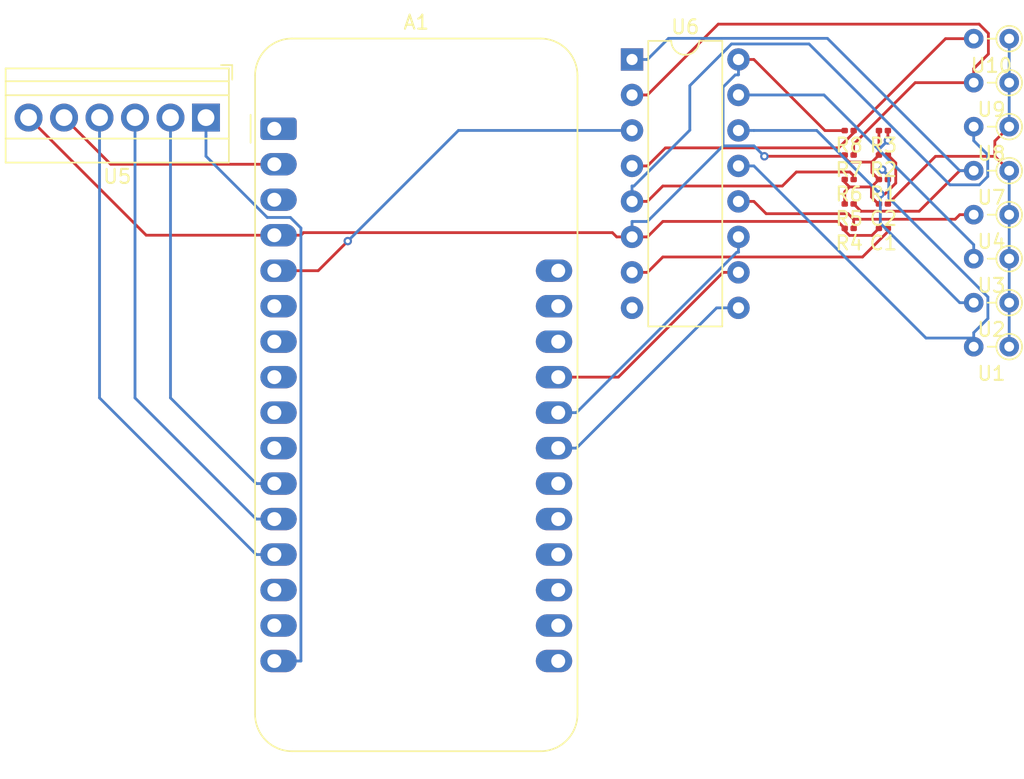
<source format=kicad_pcb>
(kicad_pcb (version 20240108) (generator "pcbnew") (generator_version "8.0")
  (layers (0 "F.Cu" signal) (31 "B.Cu" signal) (34 "B.Paste" user) (35 "F.Paste" user) (36 "B.SilkS" user "B.Silkscreen") (37 "F.SilkS" user "F.Silkscreen") (38 "B.Mask" user) (39 "F.Mask" user) (44 "Edge.Cuts" user))
  (net 0 "")
  (net 5 "/AN_Out")
  (net 7 "/SPI_MOSI")
  (net 10 "/SPI_MISO")
  (net 13 "/SEL_2")
  (net 15 "GND")
  (net 18 "/Vref3.3")
  (net 20 "/SEL_0")
  (net 21 "/SPI_CS")
  (net 22 "/SEL_1")
  (net 28 "/SPI_SCK")
  (net 29 "Net-(U6-VEE)")
  (net 30 "+3.3VA")
  (net 31 "/AN_0")
  (net 32 "/AN_1")
  (net 33 "/AN_2")
  (net 34 "/AN_3")
  (net 35 "/AN_4")
  (net 36 "/AN_5")
  (net 37 "/AN_6")
  (net 38 "/AN_7")
  (footprint "TerminalBlock:TerminalBlock_Xinya_XY308-2.54-6P_1x06_P2.54mm_Horizontal" (layer "F.Cu") (at 56 58.5 180)
    (property "Reference" "U5" (at 6.35 -4.22 0) (layer "F.SilkS"))
    (property "Value" "~")
    (fp_line (start 14.34 -3.22) (end 14.34 3.52) (stroke (width 0.12)) (layer "F.SilkS"))
    (fp_line (start -1.64 3.52) (end 14.34 3.52) (stroke (width 0.12)) (layer "F.SilkS"))
    (fp_line (start -1.64 2.6) (end 14.34 2.6) (stroke (width 0.12)) (layer "F.SilkS"))
    (fp_line (start -1.64 1.6) (end 14.34 1.6) (stroke (width 0.12)) (layer "F.SilkS"))
    (fp_line (start -1.64 -1.501) (end 14.34 -1.501) (stroke (width 0.12)) (layer "F.SilkS"))
    (fp_line (start -1.64 -3.22) (end 14.34 -3.22) (stroke (width 0.12)) (layer "F.SilkS"))
    (fp_line (start -1.64 -3.22) (end -1.64 3.52) (stroke (width 0.12)) (layer "F.SilkS"))
    (fp_line (start -1.88 3.76) (end -1.08 3.76) (stroke (width 0.12)) (layer "F.SilkS"))
    (fp_line (start -1.88 2.72) (end -1.88 3.76) (stroke (width 0.12)) (layer "F.SilkS"))
    (pad "1" thru_hole rect (at 0 0 180) (size 2 2) (drill 1.2) (layers "*.Cu" "*.Mask") (net 21 "/SPI_CS"))
    (pad "2" thru_hole circle (at 2.54 0 180) (size 2 2) (drill 1.2) (layers "*.Cu" "*.Mask") (net 28 "/SPI_SCK"))
    (pad "3" thru_hole circle (at 5.08 0 180) (size 2 2) (drill 1.2) (layers "*.Cu" "*.Mask") (net 7 "/SPI_MOSI"))
    (pad "4" thru_hole circle (at 7.62 0 180) (size 2 2) (drill 1.2) (layers "*.Cu" "*.Mask") (net 10 "/SPI_MISO"))
    (pad "5" thru_hole circle (at 10.16 0 180) (size 2 2) (drill 1.2) (layers "*.Cu" "*.Mask") (net 18 "/Vref3.3"))
    (pad "6" thru_hole circle (at 12.7 0 180) (size 2 2) (drill 1.2) (layers "*.Cu" "*.Mask") (net 15 "GND"))
  )
  (footprint "Resistor_THT:R_Axial_DIN0204_L3.6mm_D1.6mm_P2.54mm_Vertical" (layer "F.Cu") (at 113.5 59.15 180)
    (property "Reference" "U8" (at 1.27 -1.92 0) (layer "F.SilkS"))
    (property "Value" "~")
    (fp_line (start 0.92 0) (end 1.54 0) (stroke (width 0.12)) (layer "F.SilkS"))
    (fp_circle (center 0 0) (end 0.92 0) (stroke (width 0.12)) (fill none) (layer "F.SilkS"))
    (pad "1" thru_hole circle (at 0 0 180) (size 1.4 1.4) (drill 0.7) (layers "*.Cu" "*.Mask") (net 30 "+3.3VA"))
    (pad "2" thru_hole oval (at 2.54 0 180) (size 1.4 1.4) (drill 0.7) (layers "*.Cu" "*.Mask") (net 36 "/AN_5"))
  )
  (footprint "Resistor_THT:R_Axial_DIN0204_L3.6mm_D1.6mm_P2.54mm_Vertical" (layer "F.Cu") (at 113.5 56 180)
    (property "Reference" "U9" (at 1.27 -1.92 0) (layer "F.SilkS"))
    (property "Value" "~")
    (fp_line (start 0.92 0) (end 1.54 0) (stroke (width 0.12)) (layer "F.SilkS"))
    (fp_circle (center 0 0) (end 0.92 0) (stroke (width 0.12)) (fill none) (layer "F.SilkS"))
    (pad "1" thru_hole circle (at 0 0 180) (size 1.4 1.4) (drill 0.7) (layers "*.Cu" "*.Mask") (net 30 "+3.3VA"))
    (pad "2" thru_hole oval (at 2.54 0 180) (size 1.4 1.4) (drill 0.7) (layers "*.Cu" "*.Mask") (net 37 "/AN_6"))
  )
  (footprint "Resistor_THT:R_Axial_DIN0204_L3.6mm_D1.6mm_P2.54mm_Vertical" (layer "F.Cu") (at 113.5 74.9 180)
    (property "Reference" "U1" (at 1.27 -1.92 0) (layer "F.SilkS"))
    (property "Value" "~")
    (fp_line (start 0.92 0) (end 1.54 0) (stroke (width 0.12)) (layer "F.SilkS"))
    (fp_circle (center 0 0) (end 0.92 0) (stroke (width 0.12)) (fill none) (layer "F.SilkS"))
    (pad "1" thru_hole circle (at 0 0 180) (size 1.4 1.4) (drill 0.7) (layers "*.Cu" "*.Mask") (net 30 "+3.3VA"))
    (pad "2" thru_hole oval (at 2.54 0 180) (size 1.4 1.4) (drill 0.7) (layers "*.Cu" "*.Mask") (net 31 "/AN_0"))
  )
  (footprint "Resistor_THT:R_Axial_DIN0204_L3.6mm_D1.6mm_P2.54mm_Vertical" (layer "F.Cu") (at 113.5 62.3 180)
    (property "Reference" "U7" (at 1.27 -1.92 0) (layer "F.SilkS"))
    (property "Value" "~")
    (fp_line (start 0.92 0) (end 1.54 0) (stroke (width 0.12)) (layer "F.SilkS"))
    (fp_circle (center 0 0) (end 0.92 0) (stroke (width 0.12)) (fill none) (layer "F.SilkS"))
    (pad "1" thru_hole circle (at 0 0 180) (size 1.4 1.4) (drill 0.7) (layers "*.Cu" "*.Mask") (net 30 "+3.3VA"))
    (pad "2" thru_hole oval (at 2.54 0 180) (size 1.4 1.4) (drill 0.7) (layers "*.Cu" "*.Mask") (net 35 "/AN_4"))
  )
  (footprint "Resistor_THT:R_Axial_DIN0204_L3.6mm_D1.6mm_P2.54mm_Vertical" (layer "F.Cu") (at 113.5 52.85 180)
    (property "Reference" "U10" (at 1.27 -1.92 0) (layer "F.SilkS"))
    (property "Value" "~")
    (fp_line (start 0.92 0) (end 1.54 0) (stroke (width 0.12)) (layer "F.SilkS"))
    (fp_circle (center 0 0) (end 0.92 0) (stroke (width 0.12)) (fill none) (layer "F.SilkS"))
    (pad "1" thru_hole circle (at 0 0 180) (size 1.4 1.4) (drill 0.7) (layers "*.Cu" "*.Mask") (net 30 "+3.3VA"))
    (pad "2" thru_hole oval (at 2.54 0 180) (size 1.4 1.4) (drill 0.7) (layers "*.Cu" "*.Mask") (net 38 "/AN_7"))
  )
  (footprint "Resistor_THT:R_Axial_DIN0204_L3.6mm_D1.6mm_P2.54mm_Vertical" (layer "F.Cu") (at 113.5 65.45 180)
    (property "Reference" "U4" (at 1.27 -1.92 0) (layer "F.SilkS"))
    (property "Value" "~")
    (fp_line (start 0.92 0) (end 1.54 0) (stroke (width 0.12)) (layer "F.SilkS"))
    (fp_circle (center 0 0) (end 0.92 0) (stroke (width 0.12)) (fill none) (layer "F.SilkS"))
    (pad "1" thru_hole circle (at 0 0 180) (size 1.4 1.4) (drill 0.7) (layers "*.Cu" "*.Mask") (net 30 "+3.3VA"))
    (pad "2" thru_hole oval (at 2.54 0 180) (size 1.4 1.4) (drill 0.7) (layers "*.Cu" "*.Mask") (net 34 "/AN_3"))
  )
  (footprint "Resistor_SMD:R_0201_0603Metric" (layer "F.Cu") (at 102.045 59.43 180)
    (property "Reference" "R8" (at 0 -1.05 0) (layer "F.SilkS"))
    (property "Value" "10k")
    (pad "1" smd roundrect (at -0.32 0 180) (size 0.46 0.4) (layers "F.Cu" "F.Mask") (net 38 "/AN_7"))
    (pad "2" smd roundrect (at 0.32 0 180) (size 0.46 0.4) (layers "F.Cu" "F.Mask") (net 15 "GND"))
  )
  (footprint "Resistor_SMD:R_0201_0603Metric" (layer "F.Cu") (at 102.045 64.68 180)
    (property "Reference" "R5" (at 0 -1.05 0) (layer "F.SilkS"))
    (property "Value" "10k")
    (pad "1" smd roundrect (at -0.32 0 180) (size 0.46 0.4) (layers "F.Cu" "F.Mask") (net 35 "/AN_4"))
    (pad "2" smd roundrect (at 0.32 0 180) (size 0.46 0.4) (layers "F.Cu" "F.Mask") (net 15 "GND"))
  )
  (footprint "Resistor_THT:R_Axial_DIN0204_L3.6mm_D1.6mm_P2.54mm_Vertical" (layer "F.Cu") (at 113.5 68.6 180)
    (property "Reference" "U3" (at 1.27 -1.92 0) (layer "F.SilkS"))
    (property "Value" "~")
    (fp_line (start 0.92 0) (end 1.54 0) (stroke (width 0.12)) (layer "F.SilkS"))
    (fp_circle (center 0 0) (end 0.92 0) (stroke (width 0.12)) (fill none) (layer "F.SilkS"))
    (pad "1" thru_hole circle (at 0 0 180) (size 1.4 1.4) (drill 0.7) (layers "*.Cu" "*.Mask") (net 30 "+3.3VA"))
    (pad "2" thru_hole oval (at 2.54 0 180) (size 1.4 1.4) (drill 0.7) (layers "*.Cu" "*.Mask") (net 33 "/AN_2"))
  )
  (footprint "Package_DIP:DIP-16_W7.62mm" (layer "F.Cu") (at 86.5 54.34)
    (property "Reference" "U6" (at 3.81 -2.33 0) (layer "F.SilkS"))
    (property "Value" "4051")
    (fp_line (start 1.16 -1.33) (end 1.16 19.11) (stroke (width 0.12)) (layer "F.SilkS"))
    (fp_line (start 1.16 19.11) (end 6.46 19.11) (stroke (width 0.12)) (layer "F.SilkS"))
    (fp_line (start 2.81 -1.33) (end 1.16 -1.33) (stroke (width 0.12)) (layer "F.SilkS"))
    (fp_line (start 6.46 -1.33) (end 4.81 -1.33) (stroke (width 0.12)) (layer "F.SilkS"))
    (fp_line (start 6.46 19.11) (end 6.46 -1.33) (stroke (width 0.12)) (layer "F.SilkS"))
    (fp_arc (start 4.81 -1.33) (mid 3.81 -0.33) (end 2.81 -1.33) (stroke (width 0.12)) (layer "F.SilkS"))
    (pad "1" thru_hole rect (at 0 0) (size 1.6 1.6) (drill 0.8) (layers "*.Cu" "*.Mask") (net 35 "/AN_4"))
    (pad "2" thru_hole oval (at 0 2.54) (size 1.6 1.6) (drill 0.8) (layers "*.Cu" "*.Mask") (net 37 "/AN_6"))
    (pad "3" thru_hole oval (at 0 5.08) (size 1.6 1.6) (drill 0.8) (layers "*.Cu" "*.Mask") (net 5 "/AN_Out"))
    (pad "4" thru_hole oval (at 0 7.62) (size 1.6 1.6) (drill 0.8) (layers "*.Cu" "*.Mask") (net 38 "/AN_7"))
    (pad "5" thru_hole oval (at 0 10.16) (size 1.6 1.6) (drill 0.8) (layers "*.Cu" "*.Mask") (net 36 "/AN_5"))
    (pad "6" thru_hole oval (at 0 12.7) (size 1.6 1.6) (drill 0.8) (layers "*.Cu" "*.Mask") (net 15 "GND"))
    (pad "7" thru_hole oval (at 0 15.24) (size 1.6 1.6) (drill 0.8) (layers "*.Cu" "*.Mask") (net 29 "Net-(U6-VEE)"))
    (pad "8" thru_hole oval (at 0 17.78) (size 1.6 1.6) (drill 0.8) (layers "*.Cu" "*.Mask"))
    (pad "9" thru_hole oval (at 7.62 17.78) (size 1.6 1.6) (drill 0.8) (layers "*.Cu" "*.Mask") (net 13 "/SEL_2"))
    (pad "10" thru_hole oval (at 7.62 15.24) (size 1.6 1.6) (drill 0.8) (layers "*.Cu" "*.Mask") (net 22 "/SEL_1"))
    (pad "11" thru_hole oval (at 7.62 12.7) (size 1.6 1.6) (drill 0.8) (layers "*.Cu" "*.Mask") (net 20 "/SEL_0"))
    (pad "12" thru_hole oval (at 7.62 10.16) (size 1.6 1.6) (drill 0.8) (layers "*.Cu" "*.Mask") (net 34 "/AN_3"))
    (pad "13" thru_hole oval (at 7.62 7.62) (size 1.6 1.6) (drill 0.8) (layers "*.Cu" "*.Mask") (net 31 "/AN_0"))
    (pad "14" thru_hole oval (at 7.62 5.08) (size 1.6 1.6) (drill 0.8) (layers "*.Cu" "*.Mask") (net 32 "/AN_1"))
    (pad "15" thru_hole oval (at 7.62 2.54) (size 1.6 1.6) (drill 0.8) (layers "*.Cu" "*.Mask") (net 33 "/AN_2"))
    (pad "16" thru_hole oval (at 7.62 0) (size 1.6 1.6) (drill 0.8) (layers "*.Cu" "*.Mask") (net 15 "GND"))
  )
  (footprint "Resistor_SMD:R_0201_0603Metric" (layer "F.Cu") (at 102.045 62.93 180)
    (property "Reference" "R6" (at 0 -1.05 0) (layer "F.SilkS"))
    (property "Value" "10k")
    (pad "1" smd roundrect (at -0.32 0 180) (size 0.46 0.4) (layers "F.Cu" "F.Mask") (net 36 "/AN_5"))
    (pad "2" smd roundrect (at 0.32 0 180) (size 0.46 0.4) (layers "F.Cu" "F.Mask") (net 15 "GND"))
  )
  (footprint "Capacitor_SMD:C_0201_0603Metric" (layer "F.Cu") (at 104.495 64.68 180)
    (property "Reference" "C2" (at 0 -1.05 0) (layer "F.SilkS"))
    (property "Value" "C")
    (pad "1" smd roundrect (at -0.32 0 180) (size 0.46 0.4) (layers "F.Cu" "F.Mask") (net 30 "+3.3VA"))
    (pad "2" smd roundrect (at 0.32 0 180) (size 0.46 0.4) (layers "F.Cu" "F.Mask") (net 15 "GND"))
  )
  (footprint "Module:Adafruit_Feather" (layer "F.Cu") (at 60.895 59.3)
    (property "Reference" "A1" (at 10.16 -7.62 0) (layer "F.SilkS"))
    (property "Value" "Adafruit_Feather_HUZZAH32_ESP32")
    (fp_line (start -1.7 1) (end -1.7 -1) (stroke (width 0.12)) (layer "F.SilkS"))
    (fp_line (start -1.38 -3.81) (end -1.38 41.91) (stroke (width 0.12)) (layer "F.SilkS"))
    (fp_line (start 19.05 -6.46) (end 1.27 -6.46) (stroke (width 0.12)) (layer "F.SilkS"))
    (fp_line (start 19.05 44.56) (end 1.27 44.56) (stroke (width 0.12)) (layer "F.SilkS"))
    (fp_line (start 21.7 -3.81) (end 21.7 41.91) (stroke (width 0.12)) (layer "F.SilkS"))
    (fp_arc (start -1.38 -3.81) (mid -0.603833 -5.683833) (end 1.27 -6.46) (stroke (width 0.12)) (layer "F.SilkS"))
    (fp_arc (start 1.27 44.56) (mid -0.603833 43.783833) (end -1.38 41.91) (stroke (width 0.12)) (layer "F.SilkS"))
    (fp_arc (start 19.05 -6.46) (mid 20.923833 -5.683833) (end 21.7 -3.81) (stroke (width 0.12)) (layer "F.SilkS"))
    (fp_arc (start 21.7 41.91) (mid 20.923833 43.783833) (end 19.05 44.56) (stroke (width 0.12)) (layer "F.SilkS"))
    (pad "1" thru_hole roundrect (at 0 0) (size 2.6 1.6) (drill 1 (offset 0.3 0)) (layers "*.Cu" "*.Mask") (roundrect_rratio 0.15625))
    (pad "2" thru_hole oval (at 0 2.54) (size 2.6 1.6) (drill 1 (offset 0.3 0)) (layers "*.Cu" "*.Mask") (net 18 "/Vref3.3"))
    (pad "3" thru_hole oval (at 0 5.08) (size 2.6 1.6) (drill 1 (offset 0.3 0)) (layers "*.Cu" "*.Mask"))
    (pad "4" thru_hole oval (at 0 7.62) (size 2.6 1.6) (drill 1 (offset 0.3 0)) (layers "*.Cu" "*.Mask") (net 15 "GND"))
    (pad "5" thru_hole oval (at 0 10.16) (size 2.6 1.6) (drill 1 (offset 0.3 0)) (layers "*.Cu" "*.Mask") (net 5 "/AN_Out"))
    (pad "6" thru_hole oval (at 0 12.7) (size 2.6 1.6) (drill 1 (offset 0.3 0)) (layers "*.Cu" "*.Mask"))
    (pad "7" thru_hole oval (at 0 15.24) (size 2.6 1.6) (drill 1 (offset 0.3 0)) (layers "*.Cu" "*.Mask"))
    (pad "8" thru_hole oval (at 0 17.78) (size 2.6 1.6) (drill 1 (offset 0.3 0)) (layers "*.Cu" "*.Mask"))
    (pad "9" thru_hole oval (at 0 20.32) (size 2.6 1.6) (drill 1 (offset 0.3 0)) (layers "*.Cu" "*.Mask"))
    (pad "10" thru_hole oval (at 0 22.86) (size 2.6 1.6) (drill 1 (offset 0.3 0)) (layers "*.Cu" "*.Mask"))
    (pad "11" thru_hole oval (at 0 25.4) (size 2.6 1.6) (drill 1 (offset 0.3 0)) (layers "*.Cu" "*.Mask") (net 28 "/SPI_SCK"))
    (pad "12" thru_hole oval (at 0 27.94) (size 2.6 1.6) (drill 1 (offset 0.3 0)) (layers "*.Cu" "*.Mask") (net 7 "/SPI_MOSI"))
    (pad "13" thru_hole oval (at 0 30.48) (size 2.6 1.6) (drill 1 (offset 0.3 0)) (layers "*.Cu" "*.Mask") (net 10 "/SPI_MISO"))
    (pad "14" thru_hole oval (at 0 33.02) (size 2.6 1.6) (drill 1 (offset 0.3 0)) (layers "*.Cu" "*.Mask"))
    (pad "15" thru_hole oval (at 0 35.56) (size 2.6 1.6) (drill 1 (offset 0.3 0)) (layers "*.Cu" "*.Mask"))
    (pad "16" thru_hole oval (at 0 38.1) (size 2.6 1.6) (drill 1 (offset 0.3 0)) (layers "*.Cu" "*.Mask") (net 21 "/SPI_CS"))
    (pad "17" thru_hole oval (at 20.32 38.1 180) (size 2.6 1.6) (drill 1 (offset 0.3 0)) (layers "*.Cu" "*.Mask"))
    (pad "18" thru_hole oval (at 20.32 35.56 180) (size 2.6 1.6) (drill 1 (offset 0.3 0)) (layers "*.Cu" "*.Mask"))
    (pad "19" thru_hole oval (at 20.32 33.02 180) (size 2.6 1.6) (drill 1 (offset 0.3 0)) (layers "*.Cu" "*.Mask"))
    (pad "20" thru_hole oval (at 20.32 30.48 180) (size 2.6 1.6) (drill 1 (offset 0.3 0)) (layers "*.Cu" "*.Mask"))
    (pad "21" thru_hole oval (at 20.32 27.94 180) (size 2.6 1.6) (drill 1 (offset 0.3 0)) (layers "*.Cu" "*.Mask"))
    (pad "22" thru_hole oval (at 20.32 25.4 180) (size 2.6 1.6) (drill 1 (offset 0.3 0)) (layers "*.Cu" "*.Mask"))
    (pad "23" thru_hole oval (at 20.32 22.86 180) (size 2.6 1.6) (drill 1 (offset 0.3 0)) (layers "*.Cu" "*.Mask") (net 13 "/SEL_2"))
    (pad "24" thru_hole oval (at 20.32 20.32 180) (size 2.6 1.6) (drill 1 (offset 0.3 0)) (layers "*.Cu" "*.Mask") (net 20 "/SEL_0"))
    (pad "25" thru_hole oval (at 20.32 17.78 180) (size 2.6 1.6) (drill 1 (offset 0.3 0)) (layers "*.Cu" "*.Mask") (net 22 "/SEL_1"))
    (pad "26" thru_hole oval (at 20.32 15.24 180) (size 2.6 1.6) (drill 1 (offset 0.3 0)) (layers "*.Cu" "*.Mask"))
    (pad "27" thru_hole oval (at 20.32 12.7 180) (size 2.6 1.6) (drill 1 (offset 0.3 0)) (layers "*.Cu" "*.Mask"))
    (pad "28" thru_hole oval (at 20.32 10.16 180) (size 2.6 1.6) (drill 1 (offset 0.3 0)) (layers "*.Cu" "*.Mask"))
  )
  (footprint "Resistor_SMD:R_0201_0603Metric" (layer "F.Cu") (at 104.495 62.93 180)
    (property "Reference" "R1" (at 0 -1.05 0) (layer "F.SilkS"))
    (property "Value" "10k")
    (pad "1" smd roundrect (at -0.32 0 180) (size 0.46 0.4) (layers "F.Cu" "F.Mask") (net 31 "/AN_0"))
    (pad "2" smd roundrect (at 0.32 0 180) (size 0.46 0.4) (layers "F.Cu" "F.Mask") (net 15 "GND"))
  )
  (footprint "Resistor_THT:R_Axial_DIN0204_L3.6mm_D1.6mm_P2.54mm_Vertical" (layer "F.Cu") (at 113.5 71.75 180)
    (property "Reference" "U2" (at 1.27 -1.92 0) (layer "F.SilkS"))
    (property "Value" "~")
    (fp_line (start 0.92 0) (end 1.54 0) (stroke (width 0.12)) (layer "F.SilkS"))
    (fp_circle (center 0 0) (end 0.92 0) (stroke (width 0.12)) (fill none) (layer "F.SilkS"))
    (pad "1" thru_hole circle (at 0 0 180) (size 1.4 1.4) (drill 0.7) (layers "*.Cu" "*.Mask") (net 30 "+3.3VA"))
    (pad "2" thru_hole oval (at 2.54 0 180) (size 1.4 1.4) (drill 0.7) (layers "*.Cu" "*.Mask") (net 32 "/AN_1"))
  )
  (footprint "Capacitor_SMD:C_0201_0603Metric" (layer "F.Cu") (at 104.495 66.43 180)
    (property "Reference" "C1" (at 0 -1.05 0) (layer "F.SilkS"))
    (property "Value" "0.1pf")
    (pad "1" smd roundrect (at -0.32 0 180) (size 0.46 0.4) (layers "F.Cu" "F.Mask") (net 29 "Net-(U6-VEE)"))
    (pad "2" smd roundrect (at 0.32 0 180) (size 0.46 0.4) (layers "F.Cu" "F.Mask") (net 15 "GND"))
  )
  (footprint "Resistor_SMD:R_0201_0603Metric" (layer "F.Cu") (at 102.045 66.43 180)
    (property "Reference" "R4" (at 0 -1.05 0) (layer "F.SilkS"))
    (property "Value" "10k")
    (pad "1" smd roundrect (at -0.32 0 180) (size 0.46 0.4) (layers "F.Cu" "F.Mask") (net 34 "/AN_3"))
    (pad "2" smd roundrect (at 0.32 0 180) (size 0.46 0.4) (layers "F.Cu" "F.Mask") (net 15 "GND"))
  )
  (footprint "Resistor_SMD:R_0201_0603Metric" (layer "F.Cu") (at 104.495 59.43 180)
    (property "Reference" "R3" (at 0 -1.05 0) (layer "F.SilkS"))
    (property "Value" "10k")
    (pad "1" smd roundrect (at -0.32 0 180) (size 0.46 0.4) (layers "F.Cu" "F.Mask") (net 33 "/AN_2"))
    (pad "2" smd roundrect (at 0.32 0 180) (size 0.46 0.4) (layers "F.Cu" "F.Mask") (net 15 "GND"))
  )
  (footprint "Resistor_SMD:R_0201_0603Metric" (layer "F.Cu") (at 104.495 61.18 180)
    (property "Reference" "R2" (at 0 -1.05 0) (layer "F.SilkS"))
    (property "Value" "10k")
    (pad "1" smd roundrect (at -0.32 0 180) (size 0.46 0.4) (layers "F.Cu" "F.Mask") (net 32 "/AN_1"))
    (pad "2" smd roundrect (at 0.32 0 180) (size 0.46 0.4) (layers "F.Cu" "F.Mask") (net 15 "GND"))
  )
  (footprint "Resistor_SMD:R_0201_0603Metric" (layer "F.Cu") (at 102.045 61.18 180)
    (property "Reference" "R7" (at 0 -1.05 0) (layer "F.SilkS"))
    (property "Value" "10k")
    (pad "1" smd roundrect (at -0.32 0 180) (size 0.46 0.4) (layers "F.Cu" "F.Mask") (net 37 "/AN_6"))
    (pad "2" smd roundrect (at 0.32 0 180) (size 0.46 0.4) (layers "F.Cu" "F.Mask") (net 15 "GND"))
  )
  (segment (start 64.0322 69.46) (end 66.1518 67.3404) (width 0.2) (layer "F.Cu") (net 5))
  (segment (start 60.895 69.46) (end 64.0322 69.46) (width 0.2) (layer "F.Cu") (net 5))
  (via (at 66.1518 67.3404) (size 0.6) (drill 0.3) (layers "F.Cu" "B.Cu") (net 5))
  (segment (start 66.1518 67.3404) (end 74.0722 59.42) (width 0.2) (layer "B.Cu") (net 5))
  (segment (start 74.0722 59.42) (end 86.5 59.42) (width 0.2) (layer "B.Cu") (net 5))
  (segment (start 59.5933 87.24) (end 50.92 78.5667) (width 0.2) (layer "B.Cu") (net 7))
  (segment (start 50.92 78.5667) (end 50.92 58.5) (width 0.2) (layer "B.Cu") (net 7))
  (segment (start 60.895 87.24) (end 59.5933 87.24) (width 0.2) (layer "B.Cu") (net 7))
  (segment (start 59.5933 89.78) (end 48.38 78.5667) (width 0.2) (layer "B.Cu") (net 10))
  (segment (start 60.895 89.78) (end 59.5933 89.78) (width 0.2) (layer "B.Cu") (net 10))
  (segment (start 48.38 78.5667) (end 48.38 58.5) (width 0.2) (layer "B.Cu") (net 10))
  (segment (start 82.5167 82.16) (end 92.5567 72.12) (width 0.2) (layer "B.Cu") (net 13))
  (segment (start 81.215 82.16) (end 82.5167 82.16) (width 0.2) (layer "B.Cu") (net 13))
  (segment (start 92.5567 72.12) (end 94.12 72.12) (width 0.2) (layer "B.Cu") (net 13))
  (segment (start 104.1298 64.68) (end 104.175 64.68) (width 0.2) (layer "F.Cu") (net 15))
  (segment (start 103.6418 64.192) (end 104.1298 64.68) (width 0.2) (layer "F.Cu") (net 15))
  (segment (start 101.6302 61.2688) (end 101.6332 61.2718) (width 0.2) (layer "F.Cu") (net 15))
  (segment (start 94.12 54.34) (end 95.2217 54.34) (width 0.2) (layer "F.Cu") (net 15))
  (segment (start 87.6017 67.04) (end 88.7077 65.934) (width 0.2) (layer "F.Cu") (net 15))
  (segment (start 62.9823 66.7344) (end 85.0927 66.7344) (width 0.2) (layer "F.Cu") (net 15))
  (segment (start 103.6418 63.4632) (end 102.0668 63.4632) (width 0.2) (layer "F.Cu") (net 15))
  (segment (start 104.175 61.18) (end 104.175 59.43) (width 0.2) (layer "F.Cu") (net 15))
  (segment (start 104.175 62.93) (end 103.6418 63.4632) (width 0.2) (layer "F.Cu") (net 15))
  (segment (start 102.0668 63.4632) (end 101.725 63.805) (width 0.2) (layer "F.Cu") (net 15))
  (segment (start 101.725 63.805) (end 101.725 64.68) (width 0.2) (layer "F.Cu") (net 15))
  (segment (start 103.6709 61.6841) (end 104.175 61.18) (width 0.2) (layer "F.Cu") (net 15))
  (segment (start 43.3 58.5) (end 51.72 66.92) (width 0.2) (layer "F.Cu") (net 15))
  (segment (start 51.72 66.92) (end 60.895 66.92) (width 0.2) (layer "F.Cu") (net 15))
  (segment (start 60.895 66.92) (end 62.7967 66.92) (width 0.2) (layer "F.Cu") (net 15))
  (segment (start 86.5 67.04) (end 87.6017 67.04) (width 0.2) (layer "F.Cu") (net 15))
  (segment (start 86.5 67.04) (end 85.3983 67.04) (width 0.2) (layer "F.Cu") (net 15))
  (segment (start 101.6332 61.2718) (end 101.725 61.18) (width 0.2) (layer "F.Cu") (net 15))
  (segment (start 102.0668 63.4632) (end 101.725 63.1214) (width 0.2) (layer "F.Cu") (net 15))
  (segment (start 85.0927 66.7344) (end 85.3983 67.04) (width 0.2) (layer "F.Cu") (net 15))
  (segment (start 103.6709 61.6841) (end 102.0455 61.6841) (width 0.2) (layer "F.Cu") (net 15))
  (segment (start 95.2217 54.34) (end 100.3117 59.43) (width 0.2) (layer "F.Cu") (net 15))
  (segment (start 102.0682 66.9344) (end 103.6706 66.9344) (width 0.2) (layer "F.Cu") (net 15))
  (segment (start 104.175 62.93) (end 103.6709 62.4259) (width 0.2) (layer "F.Cu") (net 15))
  (segment (start 88.7077 65.934) (end 101.229 65.934) (width 0.2) (layer "F.Cu") (net 15))
  (segment (start 101.725 66.43) (end 101.725 66.5912) (width 0.2) (layer "F.Cu") (net 15))
  (segment (start 95.9751 61.2688) (end 101.6302 61.2688) (width 0.2) (layer "F.Cu") (net 15))
  (segment (start 102.0455 61.6841) (end 101.6332 61.2718) (width 0.2) (layer "F.Cu") (net 15))
  (segment (start 100.3117 59.43) (end 101.725 59.43) (width 0.2) (layer "F.Cu") (net 15))
  (segment (start 101.725 63.1214) (end 101.725 62.93) (width 0.2) (layer "F.Cu") (net 15))
  (segment (start 101.229 65.934) (end 101.725 66.43) (width 0.2) (layer "F.Cu") (net 15))
  (segment (start 62.7967 66.92) (end 62.9823 66.7344) (width 0.2) (layer "F.Cu") (net 15))
  (segment (start 103.6418 63.4632) (end 103.6418 64.192) (width 0.2) (layer "F.Cu") (net 15))
  (segment (start 101.725 66.5912) (end 102.0682 66.9344) (width 0.2) (layer "F.Cu") (net 15))
  (segment (start 103.6709 62.4259) (end 103.6709 61.6841) (width 0.2) (layer "F.Cu") (net 15))
  (segment (start 103.6706 66.9344) (end 104.175 66.43) (width 0.2) (layer "F.Cu") (net 15))
  (via (at 95.9751 61.2688) (size 0.6) (drill 0.3) (layers "F.Cu" "B.Cu") (net 15))
  (segment (start 87.5959 65.9383) (end 86.5 65.9383) (width 0.2) (layer "B.Cu") (net 15))
  (segment (start 93.8917 55.4417) (end 93.0142 56.3192) (width 0.2) (layer "B.Cu") (net 15))
  (segment (start 94.12 55.4417) (end 93.8917 55.4417) (width 0.2) (layer "B.Cu") (net 15))
  (segment (start 94.12 54.34) (end 94.12 55.4417) (width 0.2) (layer "B.Cu") (net 15))
  (segment (start 86.5 67.04) (end 86.5 65.9383) (width 0.2) (layer "B.Cu") (net 15))
  (segment (start 93.0159 60.5217) (end 95.228 60.5217) (width 0.2) (layer "B.Cu") (net 15))
  (segment (start 93.0142 60.52) (end 93.0159 60.5217) (width 0.2) (layer "B.Cu") (net 15))
  (segment (start 95.228 60.5217) (end 95.9751 61.2688) (width 0.2) (layer "B.Cu") (net 15))
  (segment (start 93.0142 56.3192) (end 93.0142 60.52) (width 0.2) (layer "B.Cu") (net 15))
  (segment (start 93.0142 60.52) (end 87.5959 65.9383) (width 0.2) (layer "B.Cu") (net 15))
  (segment (start 49.18 61.84) (end 45.84 58.5) (width 0.2) (layer "F.Cu") (net 18))
  (segment (start 60.895 61.84) (end 49.18 61.84) (width 0.2) (layer "F.Cu") (net 18))
  (segment (start 94.12 67.04) (end 94.12 68.1417) (width 0.2) (layer "B.Cu") (net 20))
  (segment (start 82.5167 79.62) (end 93.995 68.1417) (width 0.2) (layer "B.Cu") (net 20))
  (segment (start 81.215 79.62) (end 82.5167 79.62) (width 0.2) (layer "B.Cu") (net 20))
  (segment (start 93.995 68.1417) (end 94.12 68.1417) (width 0.2) (layer "B.Cu") (net 20))
  (segment (start 62.0426 65.65) (end 62.7967 66.4041) (width 0.2) (layer "B.Cu") (net 21))
  (segment (start 60.895 97.4) (end 62.7967 97.4) (width 0.2) (layer "B.Cu") (net 21))
  (segment (start 56 59.8017) (end 56 61.2633) (width 0.2) (layer "B.Cu") (net 21))
  (segment (start 56 61.2633) (end 60.3867 65.65) (width 0.2) (layer "B.Cu") (net 21))
  (segment (start 62.7967 66.4041) (end 62.7967 97.4) (width 0.2) (layer "B.Cu") (net 21))
  (segment (start 60.3867 65.65) (end 62.0426 65.65) (width 0.2) (layer "B.Cu") (net 21))
  (segment (start 56 58.5) (end 56 59.8017) (width 0.2) (layer "B.Cu") (net 21))
  (segment (start 94.12 69.58) (end 93.0183 69.58) (width 0.2) (layer "F.Cu") (net 22))
  (segment (start 85.5183 77.08) (end 93.0183 69.58) (width 0.2) (layer "F.Cu") (net 22))
  (segment (start 81.215 77.08) (end 85.5183 77.08) (width 0.2) (layer "F.Cu") (net 22))
  (segment (start 53.46 78.5667) (end 59.5933 84.7) (width 0.2) (layer "B.Cu") (net 28))
  (segment (start 53.46 58.5) (end 53.46 78.5667) (width 0.2) (layer "B.Cu") (net 28))
  (segment (start 60.895 84.7) (end 59.5933 84.7) (width 0.2) (layer "B.Cu") (net 28))
  (segment (start 104.815 66.6635) (end 104.815 66.43) (width 0.2) (layer "F.Cu") (net 29))
  (segment (start 86.5 69.58) (end 87.6017 69.58) (width 0.2) (layer "F.Cu") (net 29))
  (segment (start 103.0002 68.4783) (end 104.815 66.6635) (width 0.2) (layer "F.Cu") (net 29))
  (segment (start 87.6017 69.58) (end 88.7034 68.4783) (width 0.2) (layer "F.Cu") (net 29))
  (segment (start 88.7034 68.4783) (end 103.0002 68.4783) (width 0.2) (layer "F.Cu") (net 29))
  (segment (start 108.2226 61.2724) (end 112.4724 61.2724) (width 0.2) (layer "F.Cu") (net 30))
  (segment (start 112.4724 61.2724) (end 112.4724 60.1776) (width 0.2) (layer "F.Cu") (net 30))
  (segment (start 112.4724 60.1776) (end 113.5 59.15) (width 0.2) (layer "F.Cu") (net 30))
  (segment (start 104.815 64.68) (end 108.2226 61.2724) (width 0.2) (layer "F.Cu") (net 30))
  (segment (start 112.4724 61.2724) (end 113.5 62.3) (width 0.2) (layer "F.Cu") (net 30))
  (segment (start 113.5 65.45) (end 113.5 62.3) (width 0.2) (layer "B.Cu") (net 30))
  (segment (start 113.5 68.6) (end 113.5 71.75) (width 0.2) (layer "B.Cu") (net 30))
  (segment (start 113.5 68.6) (end 113.5 65.45) (width 0.2) (layer "B.Cu") (net 30))
  (segment (start 113.5 56) (end 113.5 59.15) (width 0.2) (layer "B.Cu") (net 30))
  (segment (start 113.5 52.85) (end 113.5 56) (width 0.2) (layer "B.Cu") (net 30))
  (segment (start 113.5 71.75) (end 113.5 74.9) (width 0.2) (layer "B.Cu") (net 30))
  (segment (start 104.815 62.93) (end 104.815 62.6236) (width 0.2) (layer "F.Cu") (net 31))
  (segment (start 104.815 62.6236) (end 104.4148 62.2234) (width 0.2) (layer "F.Cu") (net 31))
  (via (at 104.4148 62.2234) (size 0.6) (drill 0.3) (layers "F.Cu" "B.Cu") (net 31))
  (segment (start 110.96 74.9) (end 110.96 74.2814) (width 0.2) (layer "B.Cu") (net 31))
  (segment (start 107.5431 74.2814) (end 110.96 74.2814) (width 0.2) (layer "B.Cu") (net 31))
  (segment (start 111.974 71.3402) (end 104.8805 64.2467) (width 0.2) (layer "B.Cu") (net 31))
  (segment (start 104.8805 62.6891) (end 104.4148 62.2234) (width 0.2) (layer "B.Cu") (net 31))
  (segment (start 95.2217 61.96) (end 107.5431 74.2814) (width 0.2) (layer "B.Cu") (net 31))
  (segment (start 104.8805 64.2467) (end 104.8805 62.6891) (width 0.2) (layer "B.Cu") (net 31))
  (segment (start 111.974 72.8843) (end 111.974 71.3402) (width 0.2) (layer "B.Cu") (net 31))
  (segment (start 110.96 74.2814) (end 110.96 73.8983) (width 0.2) (layer "B.Cu") (net 31))
  (segment (start 110.96 73.8983) (end 111.974 72.8843) (width 0.2) (layer "B.Cu") (net 31))
  (segment (start 94.12 61.96) (end 95.2217 61.96) (width 0.2) (layer "B.Cu") (net 31))
  (segment (start 105.3786 63.1924) (end 105.3786 61.7436) (width 0.2) (layer "F.Cu") (net 32))
  (segment (start 104.2752 63.9746) (end 104.5964 63.9746) (width 0.2) (layer "F.Cu") (net 32))
  (segment (start 104.5964 63.9746) (end 105.3786 63.1924) (width 0.2) (layer "F.Cu") (net 32))
  (segment (start 105.3786 61.7436) (end 104.815 61.18) (width 0.2) (layer "F.Cu") (net 32))
  (via (at 104.2752 63.9746) (size 0.6) (drill 0.3) (layers "F.Cu" "B.Cu") (net 32))
  (segment (start 104.2752 66.0669) (end 104.2752 63.9746) (width 0.2) (layer "B.Cu") (net 32))
  (segment (start 109.9583 71.75) (end 104.2752 66.0669) (width 0.2) (layer "B.Cu") (net 32))
  (segment (start 94.12 59.42) (end 95.2217 59.42) (width 0.2) (layer "B.Cu") (net 32))
  (segment (start 99.7206 59.42) (end 104.2752 63.9746) (width 0.2) (layer "B.Cu") (net 32))
  (segment (start 110.96 71.75) (end 109.9583 71.75) (width 0.2) (layer "B.Cu") (net 32))
  (segment (start 95.2217 59.42) (end 99.7206 59.42) (width 0.2) (layer "B.Cu") (net 32))
  (segment (start 104.815 59.43) (end 104.815 60.1372) (width 0.2) (layer "F.Cu") (net 33))
  (via (at 104.815 60.1372) (size 0.6) (drill 0.3) (layers "F.Cu" "B.Cu") (net 33))
  (segment (start 104.157 60.7952) (end 110.96 67.5983) (width 0.2) (layer "B.Cu") (net 33))
  (segment (start 104.157 60.7952) (end 104.815 60.1372) (width 0.2) (layer "B.Cu") (net 33))
  (segment (start 110.96 68.6) (end 110.96 67.5983) (width 0.2) (layer "B.Cu") (net 33))
  (segment (start 100.2417 56.88) (end 104.157 60.7952) (width 0.2) (layer "B.Cu") (net 33))
  (segment (start 94.12 56.88) (end 100.2417 56.88) (width 0.2) (layer "B.Cu") (net 33))
  (segment (start 102.365 65.7772) (end 109.6311 65.7772) (width 0.2) (layer "F.Cu") (net 34))
  (segment (start 101.9682 65.3804) (end 96.1021 65.3804) (width 0.2) (layer "F.Cu") (net 34))
  (segment (start 109.6311 65.7772) (end 109.9583 65.45) (width 0.2) (layer "F.Cu") (net 34))
  (segment (start 102.365 65.7772) (end 101.9682 65.3804) (width 0.2) (layer "F.Cu") (net 34))
  (segment (start 110.96 65.45) (end 109.9583 65.45) (width 0.2) (layer "F.Cu") (net 34))
  (segment (start 94.12 64.5) (end 95.2217 64.5) (width 0.2) (layer "F.Cu") (net 34))
  (segment (start 102.365 65.7772) (end 102.365 66.43) (width 0.2) (layer "F.Cu") (net 34))
  (segment (start 96.1021 65.3804) (end 95.2217 64.5) (width 0.2) (layer "F.Cu") (net 34))
  (segment (start 109.9583 62.3) (end 107.0544 65.2039) (width 0.2) (layer "F.Cu") (net 35))
  (segment (start 107.0544 65.2039) (end 102.8889 65.2039) (width 0.2) (layer "F.Cu") (net 35))
  (segment (start 102.8889 65.2039) (end 102.365 64.68) (width 0.2) (layer "F.Cu") (net 35))
  (segment (start 110.96 62.3) (end 109.9583 62.3) (width 0.2) (layer "F.Cu") (net 35))
  (segment (start 86.5 54.34) (end 87.6017 54.34) (width 0.2) (layer "B.Cu") (net 35))
  (segment (start 110.96 62.3) (end 109.9583 62.3) (width 0.2) (layer "B.Cu") (net 35))
  (segment (start 100.4853 52.827) (end 109.9583 62.3) (width 0.2) (layer "B.Cu") (net 35))
  (segment (start 89.1147 52.827) (end 100.4853 52.827) (width 0.2) (layer "B.Cu") (net 35))
  (segment (start 87.6017 54.34) (end 89.1147 52.827) (width 0.2) (layer "B.Cu") (net 35))
  (segment (start 87.6017 64.5) (end 88.7034 63.3983) (width 0.2) (layer "F.Cu") (net 36))
  (segment (start 97.26 63.3983) (end 98.2635 62.3948) (width 0.2) (layer "F.Cu") (net 36))
  (segment (start 98.2635 62.3948) (end 102.0975 62.3948) (width 0.2) (layer "F.Cu") (net 36))
  (segment (start 88.7034 63.3983) (end 97.26 63.3983) (width 0.2) (layer "F.Cu") (net 36))
  (segment (start 102.365 62.6623) (end 102.365 62.93) (width 0.2) (layer "F.Cu") (net 36))
  (segment (start 102.0975 62.3948) (end 102.365 62.6623) (width 0.2) (layer "F.Cu") (net 36))
  (segment (start 86.5 64.5) (end 87.6017 64.5) (width 0.2) (layer "F.Cu") (net 36))
  (segment (start 111.9637 62.7176) (end 111.9637 61.1554) (width 0.2) (layer "B.Cu") (net 36))
  (segment (start 93.6232 53.2287) (end 99.1723 53.2287) (width 0.2) (layer "B.Cu") (net 36))
  (segment (start 99.1723 53.2287) (end 109.2561 63.3125) (width 0.2) (layer "B.Cu") (net 36))
  (segment (start 110.96 59.15) (end 110.96 60.1517) (width 0.2) (layer "B.Cu") (net 36))
  (segment (start 111.9637 61.1554) (end 110.96 60.1517) (width 0.2) (layer "B.Cu") (net 36))
  (segment (start 86.5 63.3983) (end 86.6377 63.3983) (width 0.2) (layer "B.Cu") (net 36))
  (segment (start 86.6377 63.3983) (end 90.6368 59.3992) (width 0.2) (layer "B.Cu") (net 36))
  (segment (start 90.6368 59.3992) (end 90.6368 56.2151) (width 0.2) (layer "B.Cu") (net 36))
  (segment (start 109.2561 63.3125) (end 111.3688 63.3125) (width 0.2) (layer "B.Cu") (net 36))
  (segment (start 111.3688 63.3125) (end 111.9637 62.7176) (width 0.2) (layer "B.Cu") (net 36))
  (segment (start 90.6368 56.2151) (end 93.6232 53.2287) (width 0.2) (layer "B.Cu") (net 36))
  (segment (start 86.5 64.5) (end 86.5 63.3983) (width 0.2) (layer "B.Cu") (net 36))
  (segment (start 106.7698 56) (end 110.96 56) (width 0.2) (layer "F.Cu") (net 37))
  (segment (start 102.365 61.18) (end 102.365 60.4048) (width 0.2) (layer "F.Cu") (net 37))
  (segment (start 111.3491 51.8105) (end 112.0098 52.4712) (width 0.2) (layer "F.Cu") (net 37))
  (segment (start 86.5 56.88) (end 87.6017 56.88) (width 0.2) (layer "F.Cu") (net 37))
  (segment (start 112.0098 52.4712) (end 112.0098 53.9485) (width 0.2) (layer "F.Cu") (net 37))
  (segment (start 102.365 60.4048) (end 106.7698 56) (width 0.2) (layer "F.Cu") (net 37))
  (segment (start 110.96 56) (end 110.96 54.9983) (width 0.2) (layer "F.Cu") (net 37))
  (segment (start 87.6017 56.88) (end 92.6712 51.8105) (width 0.2) (layer "F.Cu") (net 37))
  (segment (start 112.0098 53.9485) (end 110.96 54.9983) (width 0.2) (layer "F.Cu") (net 37))
  (segment (start 92.6712 51.8105) (end 111.3491 51.8105) (width 0.2) (layer "F.Cu") (net 37))
  (segment (start 88.8946 60.6671) (end 87.6017 61.96) (width 0.2) (layer "F.Cu") (net 38))
  (segment (start 86.5 61.96) (end 87.6017 61.96) (width 0.2) (layer "F.Cu") (net 38))
  (segment (start 102.365 59.43) (end 102.365 59.592) (width 0.2) (layer "F.Cu") (net 38))
  (segment (start 102.365 59.43) (end 108.945 52.85) (width 0.2) (layer "F.Cu") (net 38))
  (segment (start 102.365 59.592) (end 101.2899 60.6671) (width 0.2) (layer "F.Cu") (net 38))
  (segment (start 101.2899 60.6671) (end 88.8946 60.6671) (width 0.2) (layer "F.Cu") (net 38))
  (segment (start 108.945 52.85) (end 110.96 52.85) (width 0.2) (layer "F.Cu") (net 38))
)
</source>
